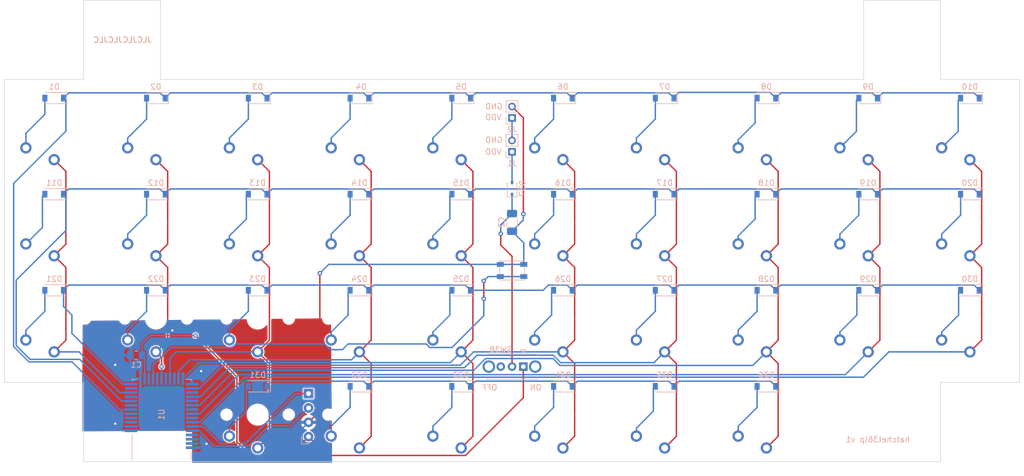
<source format=kicad_pcb>
(kicad_pcb (version 20211014) (generator pcbnew)
  (layers (0 "F.Cu" signal) (31 "B.Cu" signal) (34 "B.Paste" user) (35 "F.Paste" user) (36 "B.SilkS" user "B.Silkscreen") (37 "F.SilkS" user "F.Silkscreen") (38 "B.Mask" user) (39 "F.Mask" user) (44 "Edge.Cuts" user))
  (net 0 "")
  (net 1 "Net-(D37-Pad2)")
  (net 2 "GND")
  (net 3 "VDD")
  (net 4 "Net-(C2-Pad1)")
  (net 5 "/row0")
  (net 6 "Net-(D1-Pad2)")
  (net 7 "Net-(D2-Pad2)")
  (net 8 "Net-(D3-Pad2)")
  (net 9 "Net-(D4-Pad2)")
  (net 10 "Net-(D5-Pad2)")
  (net 11 "Net-(D6-Pad2)")
  (net 12 "Net-(D7-Pad2)")
  (net 13 "Net-(D8-Pad2)")
  (net 14 "Net-(D9-Pad2)")
  (net 15 "Net-(D10-Pad2)")
  (net 16 "/row1")
  (net 17 "Net-(D11-Pad2)")
  (net 18 "Net-(D12-Pad2)")
  (net 19 "Net-(D13-Pad2)")
  (net 20 "Net-(D14-Pad2)")
  (net 21 "Net-(D15-Pad2)")
  (net 22 "Net-(D16-Pad2)")
  (net 23 "Net-(D17-Pad2)")
  (net 24 "Net-(D18-Pad2)")
  (net 25 "Net-(D19-Pad2)")
  (net 26 "Net-(D20-Pad2)")
  (net 27 "/row2")
  (net 28 "Net-(D21-Pad2)")
  (net 29 "Net-(D22-Pad2)")
  (net 30 "Net-(D23-Pad2)")
  (net 31 "Net-(D24-Pad2)")
  (net 32 "Net-(D25-Pad2)")
  (net 33 "Net-(D26-Pad2)")
  (net 34 "Net-(D27-Pad2)")
  (net 35 "Net-(D28-Pad2)")
  (net 36 "Net-(D29-Pad2)")
  (net 37 "Net-(D30-Pad2)")
  (net 38 "/row3")
  (net 39 "Net-(D31-Pad2)")
  (net 40 "Net-(D32-Pad2)")
  (net 41 "Net-(D33-Pad2)")
  (net 42 "Net-(D34-Pad2)")
  (net 43 "Net-(D35-Pad2)")
  (net 44 "Net-(D36-Pad2)")
  (net 45 "/SWDCLK")
  (net 46 "/SWDIO")
  (net 47 "/col0")
  (net 48 "/col1")
  (net 49 "/col2")
  (net 50 "/col3")
  (net 51 "/col4")
  (net 52 "/col5")
  (net 53 "/col6")
  (net 54 "/col7")
  (net 55 "/col8")
  (net 56 "/col9")
  (net 68 "Net-(SW37-Pad2)")
  (net 70 "Net-(J1-Pad2)")
  (footprint "locallib:Kailh-PG1350-1u-NoLED-mod" (layer "F.Cu") (at 149 92.5)
    (fp_text reference "SW26")
    (fp_text value "SW_Push" hide)
  )
  (footprint "locallib:Kailh-PG1350-1u-NoLED-mod" (layer "F.Cu") (at 131 92.5)
    (fp_text reference "SW25")
    (fp_text value "SW_Push" hide)
  )
  (footprint "locallib:Kailh-PG1350-1u-NoLED-mod" (layer "F.Cu") (at 113 75.5)
    (fp_text reference "SW14")
    (fp_text value "SW_Push" hide)
  )
  (footprint "locallib:Kailh-PG1350-1u-NoLED-mod" (layer "F.Cu") (at 221 92.5)
    (fp_text reference "SW30")
    (fp_text value "SW_Push" hide)
  )
  (footprint "locallib:Kailh-PG1350-1u-NoLED-mod" (layer "F.Cu") (at 59 75.5)
    (fp_text reference "SW11")
    (fp_text value "SW_Push" hide)
  )
  (footprint "locallib:Kailh-PG1350-1u-NoLED-mod" (layer "F.Cu") (at 167 109.5)
    (fp_text reference "SW35")
    (fp_text value "SW_Push" hide)
  )
  (footprint "locallib:Kailh-PG1350-1u-NoLED-mod" (layer "F.Cu") (at 185 109.5)
    (fp_text reference "SW36")
    (fp_text value "SW_Push" hide)
  )
  (footprint "locallib:Kailh-PG1350-1u-NoLED-mod" (layer "F.Cu") (at 77 92.5)
    (fp_text reference "SW22")
    (fp_text value "SW_Push" hide)
  )
  (footprint "locallib:Kailh-PG1350-1u-NoLED-mod" (layer "F.Cu") (at 77 58.5)
    (fp_text reference "SW2")
    (fp_text value "SW_Push" hide)
  )
  (footprint "locallib:Kailh-PG1350-1u-NoLED-mod" (layer "F.Cu") (at 59 58.5)
    (fp_text reference "SW1")
    (fp_text value "SW_Push" hide)
  )
  (footprint "locallib:Kailh-PG1350-1u-NoLED-mod" (layer "F.Cu") (at 167 58.5)
    (fp_text reference "SW7")
    (fp_text value "SW_Push" hide)
  )
  (footprint "locallib:Kailh-PG1350-1u-NoLED-mod" (layer "F.Cu") (at 131 109.5)
    (fp_text reference "SW33")
    (fp_text value "SW_Push" hide)
  )
  (footprint "locallib:Kailh-PG1350-1u-NoLED-mod" (layer "F.Cu") (at 113 109.5)
    (fp_text reference "SW32")
    (fp_text value "SW_Push" hide)
  )
  (footprint "locallib:Kailh-PG1350-1u-NoLED-mod" (layer "F.Cu") (at 221 75.5)
    (fp_text reference "SW20")
    (fp_text value "SW_Push" hide)
  )
  (footprint "locallib:Kailh-PG1350-1u-NoLED-mod" (layer "F.Cu") (at 167 92.5)
    (fp_text reference "SW27")
    (fp_text value "SW_Push" hide)
  )
  (footprint "locallib:Kailh-PG1350-1u-NoLED-mod" (layer "F.Cu") (at 149 75.5)
    (fp_text reference "SW16")
    (fp_text value "SW_Push" hide)
  )
  (footprint "locallib:Kailh-PG1350-1u-NoLED-mod" (layer "F.Cu") (at 203 75.5)
    (fp_text reference "SW19")
    (fp_text value "SW_Push" hide)
  )
  (footprint "locallib:Kailh-PG1350-1u-NoLED-mod" (layer "F.Cu") (at 149 109.5)
    (fp_text reference "SW34")
    (fp_text value "SW_Push" hide)
  )
  (footprint "locallib:Kailh-PG1350-1u-NoLED-mod" (layer "F.Cu") (at 95 58.5)
    (fp_text reference "SW3")
    (fp_text value "SW_Push" hide)
  )
  (footprint "locallib:Kailh-PG1350-1u-NoLED-mod" (layer "F.Cu") (at 167 75.5)
    (fp_text reference "SW17")
    (fp_text value "SW_Push" hide)
  )
  (footprint "locallib:Kailh-PG1350-1u-NoLED-mod" (layer "F.Cu") (at 131 75.5)
    (fp_text reference "SW15")
    (fp_text value "SW_Push" hide)
  )
  (footprint "locallib:Kailh-PG1350-1u-NoLED-mod" (layer "F.Cu") (at 203 92.5)
    (fp_text reference "SW29")
    (fp_text value "SW_Push" hide)
  )
  (footprint "locallib:Kailh-PG1350-1u-NoLED-mod" (layer "F.Cu") (at 149 58.5)
    (fp_text reference "SW6")
    (fp_text value "SW_Push" hide)
  )
  (footprint "locallib:Kailh-PG1350-1u-NoLED-mod" (layer "F.Cu") (at 95 92.5)
    (fp_text reference "SW23")
    (fp_text value "SW_Push" hide)
  )
  (footprint "locallib:Kailh-PG1350-1u-NoLED-mod" (layer "F.Cu") (at 95 75.5)
    (fp_text reference "SW13")
    (fp_text value "SW_Push" hide)
  )
  (footprint "locallib:Kailh-PG1350-1u-NoLED-mod" (layer "F.Cu") (at 185 92.5)
    (fp_text reference "SW28")
    (fp_text value "SW_Push" hide)
  )
  (footprint "locallib:Kailh-PG1350-1u-NoLED-mod" (layer "F.Cu") (at 113 92.5)
    (fp_text reference "SW24")
    (fp_text value "SW_Push" hide)
  )
  (footprint "locallib:Kailh-PG1350-1u-NoLED-mod" (layer "F.Cu") (at 185 75.5)
    (fp_text reference "SW18")
    (fp_text value "SW_Push" hide)
  )
  (footprint "locallib:Kailh-PG1350-1u-NoLED-mod" (layer "F.Cu") (at 113 58.5)
    (fp_text reference "SW4")
    (fp_text value "SW_Push" hide)
  )
  (footprint "locallib:Kailh-PG1350-1u-NoLED-mod" (layer "F.Cu") (at 77 75.5)
    (fp_text reference "SW12")
    (fp_text value "SW_Push" hide)
  )
  (footprint "locallib:Kailh-PG1350-1u-NoLED-mod" (layer "F.Cu") (at 131 58.5)
    (fp_text reference "SW5")
    (fp_text value "SW_Push" hide)
  )
  (footprint "locallib:Kailh-PG1350-1u-NoLED-mod" (layer "F.Cu") (at 203 58.5)
    (fp_text reference "SW9")
    (fp_text value "SW_Push" hide)
  )
  (footprint "locallib:Kailh-PG1350-1u-NoLED-mod" (layer "F.Cu") (at 185 58.5)
    (fp_text reference "SW8")
    (fp_text value "SW_Push" hide)
  )
  (footprint "locallib:Kailh-PG1350-1u-NoLED-mod" (layer "F.Cu") (at 59 92.5)
    (fp_text reference "SW21")
    (fp_text value "SW_Push" hide)
  )
  (footprint "locallib:Kailh-PG1350-1u-NoLED-mod" (layer "F.Cu") (at 95 109.5)
    (fp_text reference "SW31")
    (fp_text value "SW_Push" hide)
  )
  (footprint "locallib:Kailh-PG1350-1u-NoLED-mod" (layer "F.Cu") (at 221 58.5)
    (fp_text reference "SW10")
    (fp_text value "SW_Push" hide)
  )
  (footprint "Diode_SMD:D_SOD-123" (layer "B.Cu") (at 77 70.5 180)
    (fp_text reference "D12")
    (fp_text value "1N4148W")
  )
  (footprint "locallib:SW_SPST_ALPS-SKRP" (layer "B.Cu") (at 140 84 180)
    (fp_text reference "SW37")
    (fp_text value "SW_Push")
  )
  (footprint "Diode_SMD:D_SOD-123" (layer "B.Cu") (at 167 87.5 180)
    (fp_text reference "D27")
    (fp_text value "1N4148W")
  )
  (footprint "Diode_SMD:D_SOD-123" (layer "B.Cu") (at 59 53.5 180)
    (fp_text reference "D1")
    (fp_text value "1N4148W")
  )
  (footprint "Capacitor_SMD:C_1206_3216Metric_Pad1.33x1.80mm_HandSolder" (layer "B.Cu") (at 140 75.5 -90)
    (fp_text reference "C2")
    (fp_text value "100uF")
  )
  (footprint "Diode_SMD:D_SOD-123" (layer "B.Cu") (at 149 53.5 180)
    (fp_text reference "D6")
    (fp_text value "1N4148W")
  )
  (footprint "Connector_PinHeader_2.00mm:PinHeader_1x02_P2.00mm_Vertical" (layer "B.Cu") (at 140 63)
    (fp_text reference "J1")
    (fp_text value "Conn_01x02_Female")
  )
  (footprint "Diode_SMD:D_SOD-123" (layer "B.Cu") (at 95 87.5 180)
    (fp_text reference "D23")
    (fp_text value "1N4148W")
  )
  (footprint "Diode_SMD:D_SOD-123" (layer "B.Cu") (at 203 87.5 180)
    (fp_text reference "D29")
    (fp_text value "1N4148W")
  )
  (footprint "Diode_SMD:D_SOD-123" (layer "B.Cu") (at 149 104.5 180)
    (fp_text reference "D34")
    (fp_text value "1N4148W")
  )
  (footprint "Diode_SMD:D_SOD-123" (layer "B.Cu") (at 149 70.5 180)
    (fp_text reference "D16")
    (fp_text value "1N4148W")
  )
  (footprint "Diode_SMD:D_SOD-123" (layer "B.Cu") (at 185 53.5 180)
    (fp_text reference "D8")
    (fp_text value "1N4148W")
  )
  (footprint "Diode_SMD:D_SOD-123" (layer "B.Cu") (at 185 87.5 180)
    (fp_text reference "D28")
    (fp_text value "1N4148W")
  )
  (footprint "Diode_SMD:D_SOD-123" (layer "B.Cu") (at 167 53.5 180)
    (fp_text reference "D7")
    (fp_text value "1N4148W")
  )
  (footprint "Diode_SMD:D_SOD-123" (layer "B.Cu") (at 167 104.5 180)
    (fp_text reference "D35")
    (fp_text value "1N4148W")
  )
  (footprint "Diode_SMD:D_SOD-123" (layer "B.Cu") (at 131 104.5 180)
    (fp_text reference "D33")
    (fp_text value "1N4148W")
  )
  (footprint "Diode_SMD:D_SOD-123" (layer "B.Cu") (at 185 104.5 180)
    (fp_text reference "D36")
    (fp_text value "1N4148W")
  )
  (footprint "Diode_SMD:D_SOD-123" (layer "B.Cu") (at 77 53.5 180)
    (fp_text reference "D2")
    (fp_text value "1N4148W")
  )
  (footprint "Diode_SMD:D_SOD-123" (layer "B.Cu") (at 185 70.5 180)
    (fp_text reference "D18")
    (fp_text value "1N4148W")
  )
  (footprint "locallib:Laird_BL652_LongPad" (layer "B.Cu") (at 78 109.5 90)
    (fp_text reference "U1")
    (fp_text value "BL652")
  )
  (footprint "Connector_PinHeader_2.00mm:PinHeader_1x02_P2.00mm_Vertical" (layer "B.Cu") (at 140 57)
    (fp_text reference "J2")
    (fp_text value "Conn_01x02_Female")
  )
  (footprint "Diode_SMD:D_SOD-123" (layer "B.Cu") (at 95 104.5 180)
    (fp_text reference "D31")
    (fp_text value "1N4148W")
  )
  (footprint "Diode_SMD:D_SOD-123" (layer "B.Cu") (at 113 87.5 180)
    (fp_text reference "D24")
    (fp_text value "1N4148W")
  )
  (footprint "Diode_SMD:D_SOD-123" (layer "B.Cu") (at 113 53.5 180)
    (fp_text reference "D4")
    (fp_text value "1N4148W")
  )
  (footprint "Diode_SMD:D_SOD-123" (layer "B.Cu") (at 95 70.5 180)
    (fp_text reference "D13")
    (fp_text value "1N4148W")
  )
  (footprint "Diode_SMD:D_SOD-123" (layer "B.Cu") (at 95 53.5 180)
    (fp_text reference "D3")
    (fp_text value "1N4148W")
  )
  (footprint "Diode_SMD:D_SOD-123" (layer "B.Cu") (at 77 87.5 180)
    (fp_text reference "D22")
    (fp_text value "1N4148W")
  )
  (footprint "Diode_SMD:D_SOD-123" (layer "B.Cu") (at 149 87.5 180)
    (fp_text reference "D26")
    (fp_text value "1N4148W")
  )
  (footprint "Diode_SMD:D_SOD-123" (layer "B.Cu") (at 59 87.5 180)
    (fp_text reference "D21")
    (fp_text value "1N4148W")
  )
  (footprint "Diode_SMD:D_SOD-123" (layer "B.Cu") (at 131 53.5 180)
    (fp_text reference "D5")
    (fp_text value "1N4148W")
  )
  (footprint "locallib:programming_port" (layer "B.Cu") (at 104 113.4)
    (fp_text reference "J3")
    (fp_text value "Conn_01x04_Female")
  )
  (footprint "Diode_SMD:D_SOD-123" (layer "B.Cu") (at 167 70.5 180)
    (fp_text reference "D17")
    (fp_text value "1N4148W")
  )
  (footprint "locallib:SW_Slide_1P2T_CK_OS102011MS2Q_SmallPad" (layer "B.Cu") (at 142 101.0025 180)
    (fp_text reference "SW38")
    (fp_text value "SW_SPDT")
  )
  (footprint "Diode_SMD:D_SOD-123" (layer "B.Cu") (at 221 53.5 180)
    (fp_text reference "D10")
    (fp_text value "1N4148W")
  )
  (footprint "Diode_SMD:D_SOD-123" (layer "B.Cu") (at 131 87.5 180)
    (fp_text reference "D25")
    (fp_text value "1N4148W")
  )
  (footprint "Diode_SMD:D_SOD-323" (layer "B.Cu") (at 140 69.5 90)
    (fp_text reference "D37")
    (fp_text value "D_Schottky")
  )
  (footprint "Diode_SMD:D_SOD-123" (layer "B.Cu") (at 203 53.5 180)
    (fp_text reference "D9")
    (fp_text value "1N4148W")
  )
  (footprint "Diode_SMD:D_SOD-123" (layer "B.Cu") (at 221 87.5 180)
    (fp_text reference "D30")
    (fp_text value "1N4148W")
  )
  (footprint "Diode_SMD:D_SOD-123" (layer "B.Cu") (at 131 70.5 180)
    (fp_text reference "D15")
    (fp_text value "1N4148W")
  )
  (footprint "Diode_SMD:D_SOD-123" (layer "B.Cu") (at 203 70.5 180)
    (fp_text reference "D19")
    (fp_text value "1N4148W")
  )
  (footprint "Diode_SMD:D_SOD-123" (layer "B.Cu") (at 59 70.5 180)
    (fp_text reference "D11")
    (fp_text value "1N4148W")
  )
  (footprint "Capacitor_SMD:C_0805_2012Metric_Pad1.18x1.45mm_HandSolder" (layer "B.Cu") (at 73.5 99)
    (fp_text reference "C1")
    (fp_text value "0.1uF")
  )
  (footprint "Diode_SMD:D_SOD-123" (layer "B.Cu") (at 113 70.5 180)
    (fp_text reference "D14")
    (fp_text value "1N4148W")
  )
  (footprint "Diode_SMD:D_SOD-123" (layer "B.Cu") (at 221 70.5 180)
    (fp_text reference "D20")
    (fp_text value "1N4148W")
  )
  (footprint "Diode_SMD:D_SOD-123" (layer "B.Cu") (at 113 104.5 180)
    (fp_text reference "D32")
    (fp_text value "1N4148W")
  )
  (gr_line (start 202.2 50.2) (end 202.2 36.2) (layer "Edge.Cuts") (width 0.1))
  (gr_line (start 64.2 117.8) (end 215.8 117.8) (layer "Edge.Cuts") (width 0.1))
  (gr_line (start 215.8 50.2) (end 229.8 50.2) (layer "Edge.Cuts") (width 0.1))
  (gr_line (start 215.8 117.8) (end 215.8 103.8) (layer "Edge.Cuts") (width 0.1))
  (gr_line (start 215.8 36.2) (end 215.8 50.2) (layer "Edge.Cuts") (width 0.1))
  (gr_line (start 202.2 36.2) (end 215.8 36.2) (layer "Edge.Cuts") (width 0.1))
  (gr_line (start 64.2 103.8) (end 64.2 117.8) (layer "Edge.Cuts") (width 0.1))
  (gr_line (start 77.8 36.2) (end 77.8 50.2) (layer "Edge.Cuts") (width 0.1))
  (gr_line (start 64.2 50.2) (end 64.2 36.2) (layer "Edge.Cuts") (width 0.1))
  (gr_line (start 77.8 50.2) (end 202.2 50.2) (layer "Edge.Cuts") (width 0.1))
  (gr_line (start 50.2 103.8) (end 64.2 103.8) (layer "Edge.Cuts") (width 0.1))
  (gr_line (start 50.2 50.2) (end 64.2 50.2) (layer "Edge.Cuts") (width 0.1))
  (gr_line (start 229.8 103.8) (end 229.8 50.2) (layer "Edge.Cuts") (width 0.1))
  (gr_line (start 215.8 103.8) (end 229.8 103.8) (layer "Edge.Cuts") (width 0.1))
  (gr_line (start 64.2 36.2) (end 77.8 36.2) (layer "Edge.Cuts") (width 0.1))
  (gr_line (start 50.2 50.2) (end 50.2 103.8) (layer "Edge.Cuts") (width 0.1))
  (gr_text "VDD" (at 136.7 56.9) (layer "B.SilkS") (effects (font (size 1 1)) (justify mirror)))
  (gr_text "GND" (at 136.8 55) (layer "B.SilkS") (effects (font (size 1 1)) (justify mirror)))
  (gr_text "OFF" (at 136 104.7) (layer "B.SilkS") (effects (font (size 1 1)) (justify mirror)))
  (gr_text "VDD" (at 136.7 63) (layer "B.SilkS") (effects (font (size 1 1)) (justify mirror)))
  (gr_text "hatchet36lp v1" (at 204.7 113.9) (layer "B.SilkS") (effects (font (size 1 1)) (justify mirror)))
  (gr_text "ON" (at 144.2 104.7) (layer "B.SilkS") (effects (font (size 1 1)) (justify mirror)))
  (gr_text "JLCJLCJLCJLC" (at 71.1 43.2) (layer "B.SilkS") (effects (font (size 1 1) (thickness 0.2)) (justify mirror)))
  (gr_text "GND" (at 136.8 60.9) (layer "B.SilkS") (effects (font (size 1 1)) (justify mirror)))
  (segment (start 140 68.45) (end 140 63) (width 0.25) (layer "B.Cu") (net 1))
  (segment (start 106 84.5) (end 106 108.86) (width 0.25) (layer "F.Cu") (net 2))
  (segment (start 85 99.7) (end 85 101.8) (width 0.25) (layer "F.Cu") (net 2))
  (segment (start 142 57) (end 142 74) (width 0.25) (layer "F.Cu") (net 2))
  (segment (start 140 55) (end 142 57) (width 0.25) (layer "F.Cu") (net 2))
  (segment (start 85 101.8) (end 85.937212 102.737212) (width 0.25) (layer "F.Cu") (net 2))
  (segment (start 79.9 94.6) (end 85 99.7) (width 0.25) (layer "F.Cu") (net 2))
  (segment (start 69.8 100.7) (end 69.8 111.1) (width 0.25) (layer "F.Cu") (net 2))
  (segment (start 85.937212 102.737212) (end 85.937212 114.662788) (width 0.25) (layer "F.Cu") (net 2))
  (segment (start 106 108.86) (end 104 110.86) (width 0.25) (layer "F.Cu") (net 2))
  (via (at 69.8 111.1) (size 0.8) (drill 0.4) (layers "F.Cu" "B.Cu") (net 2))
  (via (at 85.937212 114.662788) (size 0.8) (drill 0.4) (layers "F.Cu" "B.Cu") (net 2))
  (via (at 106 84.5) (size 0.8) (drill 0.4) (layers "F.Cu" "B.Cu") (net 2))
  (via (at 79.9 94.6) (size 0.8) (drill 0.4) (layers "F.Cu" "B.Cu") (net 2))
  (via (at 85 101.8) (size 0.8) (drill 0.4) (layers "F.Cu" "B.Cu") (net 2))
  (via (at 69.8 100.7) (size 0.8) (drill 0.4) (layers "F.Cu" "B.Cu") (net 2))
  (via (at 142 74) (size 0.8) (drill 0.4) (layers "F.Cu" "B.Cu") (net 2))
  (segment (start 71.05 112.35) (end 72.6 112.35) (width 0.25) (layer "B.Cu") (net 2))
  (segment (start 72.4625 99) (end 74.25 100.7875) (width 0.25) (layer "B.Cu") (net 2))
  (segment (start 140 77.0625) (end 142.075 79.1375) (width 0.25) (layer "B.Cu") (net 2))
  (segment (start 107.575 82.925) (end 106 84.5) (width 0.25) (layer "B.Cu") (net 2))
  (segment (start 83.4 115.35) (end 84.774511 116.724511) (width 0.25) (layer "B.Cu") (net 2))
  (segment (start 142 75.0625) (end 140 77.0625) (width 0.25) (layer "B.Cu") (net 2))
  (segment (start 74.25 100.7875) (end 74.25 103.15) (width 0.25) (layer "B.Cu") (net 2))
  (segment (start 137.925 82.925) (end 142.075 82.925) (width 0.25) (layer "B.Cu") (net 2))
  (segment (start 142 74) (end 142 75.0625) (width 0.25) (layer "B.Cu") (net 2))
  (segment (start 76.264283 94.6) (end 79.9 94.6) (width 0.25) (layer "B.Cu") (net 2))
  (segment (start 71.5 99) (end 69.8 100.7) (width 0.25) (layer "B.Cu") (net 2))
  (segment (start 85.25 115.35) (end 83.4 115.35) (width 0.25) (layer "B.Cu") (net 2))
  (segment (start 85 101.8) (end 83.4 103.4) (width 0.25) (layer "B.Cu") (net 2))
  (segment (start 72.4625 99) (end 71.5 99) (width 0.25) (layer "B.Cu") (net 2))
  (segment (start 69.8 111.1) (end 71.05 112.35) (width 0.25) (layer "B.Cu") (net 2))
  (segment (start 72.4625 98.401783) (end 76.264283 94.6) (width 0.25) (layer "B.Cu") (net 2))
  (segment (start 98.135489 116.724511) (end 104 110.86) (width 0.25) (layer "B.Cu") (net 2))
  (segment (start 142.075 79.1375) (end 142.075 82.925) (width 0.25) (layer "B.Cu") (net 2))
  (segment (start 137.925 82.925) (end 107.575 82.925) (width 0.25) (layer "B.Cu") (net 2))
  (segment (start 83.4 103.4) (end 83.4 104.1) (width 0.25) (layer "B.Cu") (net 2))
  (segment (start 84.774511 116.724511) (end 98.135489 116.724511) (width 0.25) (layer "B.Cu") (net 2))
  (segment (start 85.937212 114.662788) (end 85.25 115.35) (width 0.25) (layer "B.Cu") (net 2))
  (segment (start 72.4625 99) (end 72.4625 98.401783) (width 0.25) (layer "B.Cu") (net 2))
  (segment (start 131.775489 116.724511) (end 142 106.5) (width 0.25) (layer "F.Cu") (net 3))
  (segment (start 93.724512 116.724511) (end 100.675489 116.724511) (width 0.25) (layer "F.Cu") (net 3))
  (segment (start 100.675489 116.724511) (end 104 113.4) (width 0.25) (layer "F.Cu") (net 3))
  (segment (start 104 113.4) (end 107.324511 116.724511) (width 0.25) (layer "F.Cu") (net 3))
  (segment (start 142 106.5) (end 142 101.0025) (width 0.25) (layer "F.Cu") (net 3))
  (segment (start 91.324511 102.824511) (end 91.324511 114.32451) (width 0.25) (layer "F.Cu") (net 3))
  (segment (start 107.324511 116.724511) (end 131.775489 116.724511) (width 0.25) (layer "F.Cu") (net 3))
  (segment (start 84 95.5) (end 91.324511 102.824511) (width 0.25) (layer "F.Cu") (net 3))
  (segment (start 91.324511 114.32451) (end 93.724512 116.724511) (width 0.25) (layer "F.Cu") (net 3))
  (via (at 84 95.5) (size 0.8) (drill 0.4) (layers "F.Cu" "B.Cu") (net 3))
  (segment (start 76 95.5) (end 74.5375 96.9625) (width 0.25) (layer "B.Cu") (net 3))
  (segment (start 74.5375 96.9625) (end 74.5375 99) (width 0.25) (layer "B.Cu") (net 3))
  (segment (start 75 99.4625) (end 75 103.15) (width 0.25) (layer "B.Cu") (net 3))
  (segment (start 84 95.5) (end 76 95.5) (width 0.25) (layer "B.Cu") (net 3))
  (segment (start 74.5375 99) (end 75 99.4625) (width 0.25) (layer "B.Cu") (net 3))
  (segment (start 140 81.5) (end 138 79.5) (width 0.25) (layer "F.Cu") (net 4))
  (segment (start 138 77.5) (end 138 79.5) (width 0.25) (layer "F.Cu") (net 4))
  (segment (start 140 101.0025) (end 140 81.5) (width 0.25) (layer "F.Cu") (net 4))
  (via (at 138 77.5) (size 0.8) (drill 0.4) (layers "F.Cu" "B.Cu") (net 4))
  (segment (start 138 75.9375) (end 140 73.9375) (width 0.25) (layer "B.Cu") (net 4))
  (segment (start 138 77.5) (end 138 75.9375) (width 0.25) (layer "B.Cu") (net 4))
  (segment (start 140 70.55) (end 140 73.9375) (width 0.25) (layer "B.Cu") (net 4))
  (segment (start 61.574511 52.575489) (end 77.725489 52.575489) (width 0.25) (layer "B.Cu") (net 5))
  (segment (start 131.725489 52.575489) (end 132.65 53.5) (width 0.25) (layer "B.Cu") (net 5))
  (segment (start 115.574511 52.575489) (end 131.725489 52.575489) (width 0.25) (layer "B.Cu") (net 5))
  (segment (start 150.65 53.5) (end 151.574511 52.575489) (width 0.25) (layer "B.Cu") (net 5))
  (segment (start 186.65 53.5) (end 187.574511 52.575489) (width 0.25) (layer "B.Cu") (net 5))
  (segment (start 113.725489 52.575489) (end 114.65 53.5) (width 0.25) (layer "B.Cu") (net 5))
  (segment (start 187.574511 52.575489) (end 203.725489 52.575489) (width 0.25) (layer "B.Cu") (net 5))
  (segment (start 169.5 52.5) (end 185.65 52.5) (width 0.25) (layer "B.Cu") (net 5))
  (segment (start 97.574511 52.575489) (end 113.725489 52.575489) (width 0.25) (layer "B.Cu") (net 5))
  (segment (start 78.65 53.5) (end 79.574511 52.575489) (width 0.25) (layer "B.Cu") (net 5))
  (segment (start 62.174031 100.174031) (end 70.6 108.6) (width 0.25) (layer "B.Cu") (net 5))
  (segment (start 149.725489 52.575489) (end 150.65 53.5) (width 0.25) (layer "B.Cu") (net 5))
  (segment (start 70.6 108.6) (end 72.6 108.6) (width 0.25) (layer "B.Cu") (net 5))
  (segment (start 205.574511 52.575489) (end 221.725489 52.575489) (width 0.25) (layer "B.Cu") (net 5))
  (segment (start 168.65 53.35) (end 169.5 52.5) (width 0.25) (layer "B.Cu") (net 5))
  (segment (start 54.538313 100.174031) (end 62.174031 100.174031) (width 0.25) (layer "B.Cu") (net 5))
  (segment (start 51.825959 97.461676) (end 54.538313 100.174031) (width 0.25) (layer "B.Cu") (net 5))
  (segment (start 77.725489 52.575489) (end 78.65 53.5) (width 0.25) (layer "B.Cu") (net 5))
  (segment (start 60.65 53.5) (end 61.074521 53.924521) (width 0.25) (layer "B.Cu") (net 5))
  (segment (start 61.074521 59.359296) (end 51.825959 68.607858) (width 0.25) (layer "B.Cu") (net 5))
  (segment (start 96.65 53.5) (end 97.574511 52.575489) (width 0.25) (layer "B.Cu") (net 5))
  (segment (start 60.65 53.5) (end 61.574511 52.575489) (width 0.25) (layer "B.Cu") (net 5))
  (segment (start 151.574511 52.575489) (end 167.725489 52.575489) (width 0.25) (layer "B.Cu") (net 5))
  (segment (start 51.825959 68.607858) (end 51.825959 97.461676) (width 0.25) (layer "B.Cu") (net 5))
  (segment (start 114.65 53.5) (end 115.574511 52.575489) (width 0.25) (layer "B.Cu") (net 5))
  (segment (start 167.725489 52.575489) (end 168.65 53.5) (width 0.25) (layer "B.Cu") (net 5))
  (segment (start 61.074521 53.924521) (end 61.074521 59.359296) (width 0.25) (layer "B.Cu") (net 5))
  (segment (start 168.65 53.5) (end 168.65 53.35) (width 0.25) (layer "B.Cu") (net 5))
  (segment (start 203.725489 52.575489) (end 204.65 53.5) (width 0.25) (layer "B.Cu") (net 5))
  (segment (start 204.65 53.5) (end 205.574511 52.575489) (width 0.25) (layer "B.Cu") (net 5))
  (segment (start 185.65 52.5) (end 186.65 53.5) (width 0.25) (layer "B.Cu") (net 5))
  (segment (start 95.725489 52.575489) (end 96.65 53.5) (width 0.25) (layer "B.Cu") (net 5))
  (segment (start 79.574511 52.575489) (end 95.725489 52.575489) (width 0.25) (layer "B.Cu") (net 5))
  (segment (start 132.65 53.5) (end 133.574511 52.575489) (width 0.25) (layer "B.Cu") (net 5))
  (segment (start 133.574511 52.575489) (end 149.725489 52.575489) (width 0.25) (layer "B.Cu") (net 5))
  (segment (start 221.725489 52.575489) (end 222.65 53.5) (width 0.25) (layer "B.Cu") (net 5))
  (segment (start 57.35 56.381735) (end 54 59.731735) (width 0.25) (layer "B.Cu") (net 6))
  (segment (start 54 59.731735) (end 54 62.3) (width 0.25) (layer "B.Cu") (net 6))
  (segment (start 57.35 53.5) (end 57.35 56.381735) (width 0.25) (layer "B.Cu") (net 6))
  (segment (start 72 62.3) (end 72 60.566183) (width 0.25) (layer "B.Cu") (net 7))
  (segment (start 75.35 57.216183) (end 75.35 53.5) (width 0.25) (layer "B.Cu") (net 7))
  (segment (start 72 60.566183) (end 75.35 57.216183) (width 0.25) (layer "B.Cu") (net 7))
  (segment (start 90 62.3) (end 90 60.566183) (width 0.25) (layer "B.Cu") (net 8))
  (segment (start 93.35 57.216183) (end 93.35 53.5) (width 0.25) (layer "B.Cu") (net 8))
  (segment (start 90 60.566183) (end 93.35 57.216183) (width 0.25) (layer "B.Cu") (net 8))
  (segment (start 108 62.3) (end 108 60.566183) (width 0.25) (layer "B.Cu") (net 9))
  (segment (start 108 60.566183) (end 111.35 57.216183) (width 0.25) (layer "B.Cu") (net 9))
  (segment (start 111.35 57.216183) (end 111.35 53.5) (width 0.25) (layer "B.Cu") (net 9))
  (segment (start 126 62.3) (end 126 60.566183) (width 0.25) (layer "B.Cu") (net 10))
  (segment (start 129.35 57.216183) (end 129.35 53.5) (width 0.25) (layer "B.Cu") (net 10))
  (segment (start 126 60.566183) (end 129.35 57.216183) (width 0.25) (layer "B.Cu") (net 10))
  (segment (start 144 60.566183) (end 147.35 57.216183) (width 0.25) (layer "B.Cu") (net 11))
  (segment (start 144 62.3) (end 144 60.566183) (width 0.25) (layer "B.Cu") (net 11))
  (segment (start 147.35 57.216183) (end 147.35 53.5) (width 0.25) (layer "B.Cu") (net 11))
  (segment (start 165.35 57.216183) (end 165.35 53.5) (width 0.25) (layer "B.Cu") (net 12))
  (segment (start 162 60.566183) (end 165.35 57.216183) (width 0.25) (layer "B.Cu") (net 12))
  (segment (start 162 62.3) (end 162 60.566183) (width 0.25) (layer "B.Cu") (net 12))
  (segment (start 183 57.885787) (end 183 53.85) (width 0.25) (layer "B.Cu") (net 13))
  (segment (start 180 62.3) (end 180 60.885787) (width 0.25) (layer "B.Cu") (net 13))
  (segment (start 180 60.885787) (end 183 57.885787) (width 0.25) (layer "B.Cu") (net 13))
  (segment (start 183 53.85) (end 183.35 53.5) (width 0.25) (layer "B.Cu") (net 13))
  (segment (start 200.925479 53.924521) (end 200.925479 59.374521) (width 0.25) (layer "B.Cu") (net 14))
  (segment (start 201.35 53.5) (end 200.925479 53.924521) (width 0.25) (layer "B.Cu") (net 14))
  (segment (start 200.925479 59.374521) (end 198 62.3) (width 0.25) (layer "B.Cu") (net 14))
  (segment (start 218.925479 53.924521) (end 218.925479 59.374521) (width 0.25) (layer "B.Cu") (net 15))
  (segment (start 219.35 53.5) (end 218.925479 53.924521) (width 0.25) (layer "B.Cu") (net 15))
  (segment (start 218.925479 59.374521) (end 216 62.3) (width 0.25) (layer "B.Cu") (net 15))
  (segment (start 61.074521 76.925479) (end 52.275479 85.724521) (width 0.25) (layer "B.Cu") (net 16))
  (segment (start 60.65 70.5) (end 61.574511 69.575489) (width 0.25) (layer "B.Cu") (net 16))
  (segment (start 52.275479 97.275479) (end 54.724511 99.724511) (width 0.25) (layer "B.Cu") (net 16))
  (segment (start 113.725489 69.575489) (end 114.65 70.5) (width 0.25) (layer "B.Cu") (net 16))
  (segment (start 78.65 70.5) (end 79.574511 69.575489) (width 0.25) (layer "B.Cu") (net 16))
  (segment (start 169.574511 69.575489) (end 185.725489 69.575489) (width 0.25) (layer "B.Cu") (net 16))
  (segment (start 132.65 70.5) (end 133.574511 69.575489) (width 0.25) (layer "B.Cu") (net 16))
  (segment (start 185.725489 69.575489) (end 186.65 70.5) (width 0.25) (layer "B.Cu") (net 16))
  (segment (start 131.725489 69.575489) (end 132.65 70.5) (width 0.25) (layer "B.Cu") (net 16))
  (segment (start 221.725489 69.575489) (end 222.65 70.5) (width 0.25) (layer "B.Cu") (net 16))
  (segment (start 95.725489 69.575489) (end 96.65 70.5) (width 0.25) (layer "B.Cu") (net 16))
  (segment (start 149.725489 69.575489) (end 150.65 70.5) (width 0.25) (layer "B.Cu") (net 16))
  (segment (start 167.725489 69.575489) (end 151.574511 69.575489) (width 0.25) (layer "B.Cu") (net 16))
  (segment (start 168.65 70.5) (end 167.725489 69.575489) (width 0.25) (layer "B.Cu") (net 16))
  (segment (start 96.65 70.5) (end 97.574511 69.575489) (width 0.25) (layer "B.Cu") (net 16))
  (segment (start 70.9 107.1) (end 72.6 107.1) (width 0.25) (layer "B.Cu") (net 16))
  (segment (start 133.574511 69.575489) (end 149.725489 69.575489) (width 0.25) (layer "B.Cu") (net 16))
  (segment (start 61.074521 70.924521) (end 61.074521 76.925479) (width 0.25) (layer "B.Cu") (net 16))
  (segment (start 186.65 70.5) (end 187.574511 69.575489) (width 0.25) (layer "B.Cu") (net 16))
  (segment (start 97.574511 69.575489) (end 113.725489 69.575489) (width 0.25) (layer "B.Cu") (net 16))
  (segment (start 60.65 70.5) (end 61.074521 70.924521) (width 0.25) (layer "B.Cu") (net 16))
  (segment (start 54.724511 99.724511) (end 63.524511 99.724511) (width 0.25) (layer "B.Cu") (net 16))
  (segment (start 203.725489 69.575489) (end 204.65 70.5) (width 0.25) (layer "B.Cu") (net 16))
  (segment (start 204.65 70.5) (end 205.574511 69.575489) (width 0.25) (layer "B.Cu") (net 16))
  (segment (start 115.574511 69.575489) (end 131.725489 69.575489) (width 0.25) (layer "B.Cu") (net 16))
  (segment (start 114.65 70.5) (end 115.574511 69.575489) (width 0.25) (layer "B.Cu") (net 16))
  (segment (start 77.725489 69.575489) (end 78.65 70.5) (width 0.25) (layer "B.Cu") (net 16))
  (segment (start 187.574511 69.575489) (end 203.725489 69.575489) (width 0.25) (layer "B.Cu") (net 16))
  (segment (start 79.574511 69.575489) (end 95.725489 69.575489) (width 0.25) (layer "B.Cu") (net 16))
  (segment (start 168.65 70.5) (end 169.574511 69.575489) (width 0.25) (layer "B.Cu") (net 16))
  (segment (start 150.65 70.5) (end 151.574511 69.575489) (width 0.25) (layer "B.Cu") (net 16))
  (segment (start 205.574511 69.575489) (end 221.725489 69.575489) (width 0.25) (layer "B.Cu") (net 16))
  (segment (start 52.275479 85.724521) (end 52.275479 97.275479) (width 0.25) (layer "B.Cu") (net 16))
  (segment (start 61.574511 69.575489) (end 77.725489 69.575489) (width 0.25) (layer "B.Cu") (net 16))
  (segment (start 63.524511 99.724511) (end 70.9 107.1) (width 0.25) (layer "B.Cu") (net 16))
  (segment (start 56.925479 76.374521) (end 54 79.3) (width 0.25) (layer "B.Cu") (net 17))
  (segment (start 56.925479 70.924521) (end 56.925479 76.374521) (width 0.25) (layer "B.Cu") (net 17))
  (segment (start 57.35 70.5) (end 56.925479 70.924521) (width 0.25) (layer "B.Cu") (net 17))
  (segment (start 75.35 74.216183) (end 75.35 70.5) (width 0.25) (layer "B.Cu") (net 18))
  (segment (start 72 77.566183) (end 75.35 74.216183) (width 0.25) (layer "B.Cu") (net 18))
  (segment (start 72 79.3) (end 72 77.566183) (width 0.25) (layer "B.Cu") (net 18))
  (segment (start 93 74.885787) (end 93 70.85) (width 0.25) (layer "B.Cu") (net 19))
  (segment (start 93 70.85) (end 93.35 70.5) (width 0.25) (layer "B.Cu") (net 19))
  (segment (start 90 77.885787) (end 93 74.885787) (width 0.25) (layer "B.Cu") (net 19))
  (segment (start 90 79.3) (end 90 77.885787) (width 0.25) (layer "B.Cu") (net 19))
  (segment (start 108 79.3) (end 108 77.566183) (width 0.25) (layer "B.Cu") (net 20))
  (segment (start 111.35 74.216183) (end 111.35 70.5) (width 0.25) (layer "B.Cu") (net 20))
  (segment (start 108 77.566183) (end 111.35 74.216183) (width 0.25) (layer "B.Cu") (net 20))
  (segment (start 126 77.885787) (end 129 74.885787) (width 0.25) (layer "B.Cu") (net 21))
  (segment (start 126 79.3) (end 126 77.885787) (width 0.25) (layer "B.Cu") (net 21))
  (segment (start 129 70.85) (end 129.35 70.5) (width 0.25) (layer "B.Cu") (net 21))
  (segment (start 129 74.885787) (end 129 70.85) (width 0.25) (layer "B.Cu") (net 21))
  (segment (start 144 77.566183) (end 147.35 74.216183) (width 0.25) (layer "B.Cu") (net 22))
  (segment (start 144 79.3) (end 144 77.566183) (width 0.25) (layer "B.Cu") (net 22))
  (segment (start 147.35 74.216183) (end 147.35 70.5) (width 0.25) (layer "B.Cu") (net 22))
  (segment (start 162 79.3) (end 162 77.566183) (width 0.25) (layer "B.Cu") (net 23))
  (segment (start 165.35 74.216183) (end 165.35 70.5) (width 0.25) (layer "B.Cu") (net 23))
  (segment (start 162 77.566183) (end 165.35 74.216183) (width 0.25) (layer "B.Cu") (net 23))
  (segment (start 183 70.85) (end 183.35 70.5) (width 0.25) (layer "B.Cu") (net 24))
  (segment (start 180 77.885787) (end 183 74.885787) (width 0.25) (layer "B.Cu") (net 24))
  (segment (start 183 74.885787) (end 183 70.85) (width 0.25) (layer "B.Cu") (net 24))
  (segment (start 180 79.3) (end 180 77.885787) (width 0.25) (layer "B.Cu") (net 24))
  (segment (start 201.35 74.216183) (end 201.35 70.5) (width 0.25) (layer "B.Cu") (net 25))
  (segment (start 198 79.3) (end 198 77.566183) (width 0.25) (layer "B.Cu") (net 25))
  (segment (start 198 77.566183) (end 201.35 74.216183) (width 0.25) (layer "B.Cu") (net 25))
  (segment (start 219.35 74.216183) (end 219.35 70.5) (width 0.25) (layer "B.Cu") (net 26))
  (segment (start 216 77.566183) (end 219.35 74.216183) (width 0.25) (layer "B.Cu") (net 26))
  (segment (start 216 79.3) (end 216 77.566183) (width 0.25) (layer "B.Cu") (net 26))
  (segment (start 186.65 87.5) (end 185.725489 86.575489) (width 0.25) (layer "B.Cu") (net 27))
  (segment (start 151.574511 86.575489) (end 150.65 87.5) (width 0.25) (layer "B.Cu") (net 27))
  (segment (start 132.65 87.5) (end 131.725489 86.575489) (width 0.25) (layer "B.Cu") (net 27))
  (segment (start 77.725489 86.575489) (end 61.574511 86.575489) (width 0.25) (layer "B.Cu") (net 27))
  (segment (start 62.134133 91.865867) (end 60.65 90.381735) (width 0.25) (layer "B.Cu") (net 27))
  (segment (start 169.574511 86.575489) (end 168.65 87.5) (width 0.25) (layer "B.Cu") (net 27))
  (segment (start 96.65 87.5) (end 95.725489 86.575489) (width 0.25) (layer "B.Cu") (net 27))
  (segment (start 97.574511 86.575489) (end 96.65 87.5) (width 0.25) (layer "B.Cu") (net 27))
  (segment (start 145.5 87.5) (end 146.424511 86.575489) (width 0.25) (layer "B.Cu") (net 27))
  (segment (start 149.725489 86.575489) (end 146.424511 86.575489) (width 0.25) (layer "B.Cu") (net 27))
  (segment (start 79.574511 86.575489) (end 78.65 87.5) (width 0.25) (layer "B.Cu") (net 27))
  (segment (start 204.65 87.5) (end 203.725489 86.575489) (width 0.25) (layer "B.Cu") (net 27))
  (segment (start 60.65 90.381735) (end 60.65 87.5) (width 0.25) (layer "B.Cu") (net 27))
  (segment (start 114.65 87.5) (end 113.725489 86.575489) (width 0.25) (layer "B.Cu") (net 27))
  (segment (start 203.725489 86.575489) (end 187.574511 86.575489) (width 0.25) (layer "B.Cu") (net 27))
  (segment (start 115.574511 86.575489) (end 114.65 87.5) (width 0.25) (layer "B.Cu") (net 27))
  (segment (start 185.725489 86.575489) (end 169.574511 86.575489) (width 0.25) (layer "B.Cu") (net 27))
  (segment (start 167.725489 86.575489) (end 151.574511 86.575489) (width 0.25) (layer "B.Cu") (net 27))
  (segment (start 187.574511 86.575489) (end 186.65 87.5) (width 0.25) (layer "B.Cu") (net 27))
  (segment (start 131.725489 86.575489) (end 115.574511 86.575489) (width 0.25) (layer "B.Cu") (net 27))
  (segment (start 205.574511 86.575489) (end 204.65 87.5) (width 0.25) (layer "B.Cu") (net 27))
  (segment (start 168.65 87.5) (end 167.725489 86.575489) (width 0.25) (layer "B.Cu") (net 27))
  (segment (start 78.65 87.5) (end 77.725489 86.575489) (width 0.25) (layer "B.Cu") (net 27))
  (segment (start 113.725489 86.575489) (end 97.574511 86.575489) (width 0.25) (layer "B.Cu") (net 27))
  (segment (start 62.134133 95.134133) (end 62.134133 91.865867) (width 0.25) (layer "B.Cu") (net 27))
  (segment (start 150.65 87.5) (end 149.725489 86.575489) (width 0.25) (layer "B.Cu") (net 27))
  (segment (start 95.725489 86.575489) (end 79.574511 86.575489) (width 0.25) (layer "B.Cu") (net 27))
  (segment (start 132.65 87.5) (end 145.5 87.5) (width 0.25) (layer "B.Cu") (net 27))
  (segment (start 71.1 104.1) (end 62.134133 95.134133) (width 0.25) (layer "B.Cu") (net 27))
  (segment (start 221.725489 86.575489) (end 205.574511 86.575489) (width 0.25) (layer "B.Cu") (net 27))
  (segment (start 72.6 104.1) (end 71.1 104.1) (width 0.25) (layer "B.Cu") (net 27))
  (segment (start 222.65 87.5) (end 221.725489 86.575489) (width 0.25) (layer "B.Cu") (net 27))
  (segment (start 61.574511 86.575489) (end 60.65 87.5) (width 0.25) (layer "B.Cu") (net 27))
  (segment (start 57.35 91.216183) (end 57.35 87.5) (width 0.25) (layer "B.Cu") (net 28))
  (segment (start 54 96.3) (end 54 94.566183) (width 0.25) (layer "B.Cu") (net 28))
  (segment (start 54 94.566183) (end 57.35 91.216183) (width 0.25) (layer "B.Cu") (net 28))
  (segment (start 72 96.3) (end 72 94.566183) (width 0.25) (layer "B.Cu") (net 29))
  (segment (start 72 94.566183) (end 75.35 91.216183) (width 0.25) (layer "B.Cu") (net 29))
  (segment (start 75.35 91.216183) (end 75.35 87.5) (width 0.25) (layer "B.Cu") (net 29))
  (segment (start 90 94.566183) (end 93.35 91.216183) (width 0.25) (layer "B.Cu") (net 30))
  (segment (start 93.35 91.216183) (end 93.35 87.5) (width 0.25) (layer "B.Cu") (net 30))
  (segment (start 90 96.3) (end 90 94.566183) (width 0.25) (layer "B.Cu") (net 30))
  (segment (start 108 94.885787) (end 111 91.885787) (width 0.25) (layer "B.Cu") (net 31))
  (segment (start 108 96.3) (end 108 94.885787) (width 0.25) (layer "B.Cu") (net 31))
  (segment (start 111 91.885787) (end 111 87.85) (width 0.25) (layer "B.Cu") (net 31))
  (segment (start 111 87.85) (end 111.35 87.5) (width 0.25) (layer "B.Cu") (net 31))
  (segment (start 129 87.85) (end 129.35 87.5) (width 0.25) (layer "B.Cu") (net 32))
  (segment (start 129 91.885787) (end 129 87.85) (width 0.25) (layer "B.Cu") (net 32))
  (segment (start 126 94.885787) (end 129 91.885787) (width 0.25) (layer "B.Cu") (net 32))
  (segment (start 126 96.3) (end 126 94.885787) (width 0.25) (layer "B.Cu") (net 32))
  (segment (start 147 87.85) (end 147.35 87.5) (width 0.25) (layer "B.Cu") (net 33))
  (segment (start 147 91.885787) (end 147 87.85) (width 0.25) (layer "B.Cu") (net 33))
  (segment (start 144 96.3) (end 144 94.885787) (width 0.25) (layer "B.Cu") (net 33))
  (segment (start 144 94.885787) (end 147 91.885787) (width 0.25) (layer "B.Cu") (net 33))
  (segment (start 165.35 91.216183) (end 165.35 87.5) (width 0.25) (layer "B.Cu") (net 34))
  (segment (start 162 96.3) (end 162 94.566183) (width 0.25) (layer "B.Cu") (net 34))
  (segment (start 162 94.566183) (end 165.35 91.216183) (width 0.25) (layer "B.Cu") (net 34))
  (segment (start 180 96.3) (end 180 94.566183) (width 0.25) (layer "B.Cu") (net 35))
  (segment (start 180 94.566183) (end 183.35 91.216183) (width 0.25) (layer "B.Cu") (net 35))
  (segment (start 183.35 91.216183) (end 183.35 87.5) (width 0.25) (layer "B.Cu") (net 35))
  (segment (start 201 91.885787) (end 201 87.85) (width 0.25) (layer "B.Cu") (net 36))
  (segment (start 198 96.3) (end 198 94.885787) (width 0.25) (layer "B.Cu") (net 36))
  (segment (start 198 94.885787) (end 201 91.885787) (width 0.25) (layer "B.Cu") (net 36))
  (segment (start 201 87.85) (end 201.35 87.5) (width 0.25) (layer "B.Cu") (net 36))
  (segment (start 216 94.885787) (end 219 91.885787) (width 0.25) (layer "B.Cu") (net 37))
  (segment (start 219 91.885787) (end 219 87.85) (width 0.25) (layer "B.Cu") (net 37))
  (segment (start 219 87.85) (end 219.35 87.5) (width 0.25) (layer "B.Cu") (net 37))
  (segment (start 216 96.3) (end 216 94.885787) (width 0.25) (layer "B.Cu") (net 37))
  (segment (start 167.725489 103.575489) (end 168.65 104.5) (width 0.25) (layer "B.Cu") (net 38))
  (segment (start 132.65 104.5) (end 133.574511 103.575489) (width 0.25) (layer "B.Cu") (net 38))
  (segment (start 133.574511 103.575489) (end 149.725489 103.575489) (width 0.25) (layer "B.Cu") (net 38))
  (segment (start 114.65 104.5) (end 115.574511 103.575489) (width 0.25) (layer "B.Cu") (net 38))
  (segment (start 96.65 104.5) (end 97.574511 103.575489) (width 0.25) (layer "B.Cu") (net 38))
  (segment (start 169.574511 103.575489) (end 168.65 104.5) (width 0.25) (layer "B.Cu") (net 38))
  (segment (start 151.574511 103.575489) (end 167.725489 103.575489) (width 0.25) (layer "B.Cu") (net 38))
  (segment (start 115.574511 103.575489) (end 131.725489 103.575489) (width 0.25) (layer "B.Cu") (net 38))
  (segment (start 150.65 104.5) (end 151.574511 103.575489) (width 0.25) (layer "B.Cu") (net 38))
  (segment (start 185.725489 103.575489) (end 169.574511 103.575489) (width 0.25) (layer "B.Cu") (net 38))
  (segment (start 97.574511 103.575489) (end 113.725489 103.575489) (width 0.25) (layer "B.Cu") (net 38))
  (segment (start 186.65 104.5) (end 185.725489 103.575489) (width 0.25) (layer "B.Cu") (net 38))
  (segment (start 149.725489 103.575489) (end 150.65 104.5) (width 0.25) (layer "B.Cu") (net 38))
  (segment (start 113.725489 103.575489) (end 114.65 104.5) (width 0.25) (layer "B.Cu") (net 38))
  (segment (start 131.725489 103.575489) (end 132.65 104.5) (width 0.25) (layer "B.Cu") (net 38))
  (segment (start 90 111.885787) (end 93 108.885787) (width 0.25) (layer "B.Cu") (net 39))
  (segment (start 93 104.85) (end 93.35 104.5) (width 0.25) (layer "B.Cu") (net 39))
  (segment (start 90 113.3) (end 90 111.885787) (width 0.25) (layer "B.Cu") (net 39))
  (segment (start 93 108.885787) (end 93 104.85) (width 0.25) (layer "B.Cu") (net 39))
  (segment (start 108 111.566183) (end 111.35 108.216183) (width 0.25) (layer "B.Cu") (net 40))
  (segment (start 111.35 108.216183) (end 111.35 104.5) (width 0.25) (layer "B.Cu") (net 40))
  (segment (start 108 113.3) (end 108 111.566183) (width 0.25) (layer "B.Cu") (net 40))
  (segment (start 126 111.566183) (end 129.35 108.216183) (width 0.25) (layer "B.Cu") (net 41))
  (segment (start 129.35 108.216183) (end 129.35 104.5) (width 0.25) (layer "B.Cu") (net 41))
  (segment (start 126 113.3) (end 126 111.566183) (width 0.25) (layer "B.Cu") (net 41))
  (segment (start 144 113.3) (end 144 111.566183) (width 0.25) (layer "B.Cu") (net 42))
  (segment (start 147.35 108.216183) (end 147.35 104.5) (width 0.25) (layer "B.Cu") (net 42))
  (segment (start 144 111.566183) (end 147.35 108.216183) (width 0.25) (layer "B.Cu") (net 42))
  (segment (start 162 111.885787) (end 165 108.885787) (width 0.25) (layer "B.Cu") (net 43))
  (segment (start 165 104.85) (end 165.35 104.5) (width 0.25) (layer "B.Cu") (net 43))
  (segment (start 165 108.885787) (end 165 104.85) (width 0.25) (layer "B.Cu") (net 43))
  (segment (start 162 113.3) (end 162 111.885787) (width 0.25) (layer "B.Cu") (net 43))
  (segment (start 183.35 108.216183) (end 180 111.566183) (width 0.25) (layer "B.Cu") (net 44))
  (segment (start 180 111.566183) (end 180 113.3) (width 0.25) (layer "B.Cu") (net 44))
  (segment (start 183.35 104.5) (end 183.35 108.216183) (width 0.25) (layer "B.Cu") (net 44))
  (segment (start 92.809306 114.624511) (end 88.424511 114.624511) (width 0.25) (layer "B.Cu") (net 45))
  (segment (start 88.424511 114.624511) (end 85.4 111.6) (width 0.25) (layer "B.Cu") (net 45))
  (segment (start 101.653817 105.78) (end 104 105.78) (width 0.25) (layer "B.Cu") (net 45))
  (segment (start 92.809306 114.624511) (end 101.653817 105.78) (width 0.25) (layer "B.Cu") (net 45))
  (segment (start 83.4 111.6) (end 85.4 111.6) (width 0.25) (layer "B.Cu") (net 45))
  (segment (start 87.373053 115.074031) (end 84.649022 112.35) (width 0.25) (layer "B.Cu") (net 46))
  (segment (start 97 111.5) (end 93.425969 115.074031) (width 0.25) (layer "B.Cu") (net 46))
  (segment (start 84.649022 112.35) (end 83.52502 112.35) (width 0.25) (layer "B.Cu") (net 46))
  (segment (start 100.82 111.5) (end 97 111.5) (width 0.25) (layer "B.Cu") (net 46))
  (segment (start 104 108.32) (end 100.82 111.5) (width 0.25) (layer "B.Cu") (net 46))
  (segment (start 93.425969 115.074031) (end 87.373053 115.074031) (width 0.25) (layer "B.Cu") (net 46))
  (segment (start 61.074521 66.474521) (end 61.074521 79.325479) (width 0.25) (layer "F.Cu") (net 47))
  (segment (start 59 64.4) (end 61.074521 66.474521) (width 0.25) (layer "F.Cu") (net 47))
  (segment (start 61.074521 96.325479) (end 59 98.4) (width 0.25) (layer "F.Cu") (net 47))
  (segment (start 61.074521 83.474521) (end 61.074521 96.325479) (width 0.25) (layer "F.Cu") (net 47))
  (segment (start 59 81.4) (end 61.074521 83.474521) (width 0.25) (layer "F.Cu") (net 47))
  (segment (start 61.074521 79.325479) (end 59 81.4) (width 0.25) (layer "F.Cu") (net 47))
  (segment (start 63.4 98.4) (end 70.6 105.6) (width 0.25) (layer "B.Cu") (net 47))
  (segment (start 70.6 105.6) (end 72.6 105.6) (width 0.25) (layer "B.Cu") (net 47))
  (segment (start 59 98.4) (end 63.4 98.4) (width 0.25) (layer "B.Cu") (net 47))
  (segment (start 79.074521 83.474521) (end 79.074521 96.325479) (width 0.25) (layer "F.Cu") (net 48))
  (segment (start 77 64.4) (end 79.074521 66.474521) (width 0.25) (layer "F.Cu") (net 48))
  (segment (start 79.074521 79.325479) (end 77 81.4) (width 0.25) (layer "F.Cu") (net 48))
  (segment (start 79.074521 66.474521) (end 79.074521 79.325479) (width 0.25) (layer "F.Cu") (net 48))
  (segment (start 78 99.4) (end 77 98.4) (width 0.25) (layer "F.Cu") (net 48))
  (segment (start 77 81.4) (end 79.074521 83.474521) (width 0.25) (layer "F.Cu") (net 48))
  (segment (start 79.074521 96.325479) (end 77 98.4) (width 0.25) (layer "F.Cu") (net 48))
  (segment (start 78 101) (end 78 99.4) (width 0.25) (layer "F.Cu") (net 48))
  (via (at 78 101) (size 0.8) (drill 0.4) (layers "F.Cu" "B.Cu") (net 48))
  (segment (start 78 103.15) (end 78 101) (width 0.25) (layer "B.Cu") (net 48))
  (segment (start 97.074521 96.325479) (end 95 98.4) (width 0.25) (layer "F.Cu") (net 49))
  (segment (start 95 98.4) (end 97.074521 100.474521) (width 0.25) (layer "F.Cu") (net 49))
  (segment (start 97.074521 83.474521) (end 97.074521 96.325479) (width 0.25) (layer "F.Cu") (net 49))
  (segment (start 97.074521 79.325479) (end 95 81.4) (width 0.25) (layer "F.Cu") (net 49))
  (segment (start 95 64.4) (end 97.074521 66.474521) (width 0.25) (layer "F.Cu") (net 49))
  (segment (start 97.074521 66.474521) (end 97.074521 79.325479) (width 0.25) (layer "F.Cu") (net 49))
  (segment (start 97.074521 100.474521) (end 97.074521 113.325479) (width 0.25) (layer "F.Cu") (net 49))
  (segment (start 95 81.4) (end 97.074521 83.474521) (width 0.25) (layer "F.Cu") (net 49))
  (segment (start 97.074521 113.325479) (end 95 115.4) (width 0.25) (layer "F.Cu") (net 49))
  (segment (start 80.6 98.4) (end 79.5 99.5) (width 0.25) (layer "B.Cu") (net 49))
  (segment (start 79.5 99.5) (end 79.5 103.15) (width 0.25) (layer "B.Cu") (net 49))
  (segment (start 95 98.4) (end 80.6 98.4) (width 0.25) (layer "B.Cu") (net 49))
  (segment (start 115.074521 100.474521) (end 115.074521 113.325479) (width 0.25) (layer "F.Cu") (net 50))
  (segment (start 115.074521 79.325479) (end 113 81.4) (width 0.25) (layer "F.Cu") (net 50))
  (segment (start 115.074521 96.325479) (end 113 98.4) (width 0.25) (layer "F.Cu") (net 50))
  (segment (start 115.074521 83.474521) (end 115.074521 96.325479) (width 0.25) (layer "F.Cu") (net 50))
  (segment (start 113 64.4) (end 115.074521 66.474521) (width 0.25) (layer "F.Cu") (net 50))
  (segment (start 113 98.4) (end 115.074521 100.474521) (width 0.25) (layer "F.Cu") (net 50))
  (segment (start 113 81.4) (end 115.074521 83.474521) (width 0.25) (layer "F.Cu") (net 50))
  (segment (start 115.074521 113.325479) (end 113 115.4) (width 0.25) (layer "F.Cu") (net 50))
  (segment (start 115.074521 66.474521) (end 115.074521 79.325479) (width 0.25) (layer "F.Cu") (net 50))
  (segment (start 111.6 99.8) (end 113 98.4) (width 0.25) (layer "B.Cu") (net 50))
  (segment (start 81 101.8) (end 83 99.8) (width 0.25) (layer "B.Cu") (net 50))
  (segment (start 81 103.15) (end 81 101.8) (width 0.25) (layer "B.Cu") (net 50))
  (segment (start 83 99.8) (end 111.6 99.8) (width 0.25) (layer "B.Cu") (net 50))
  (segment (start 133.074521 83.474521) (end 133.074521 96.325479) (width 0.25) (layer "F.Cu") (net 51))
  (segment (start 133.074521 100.474521) (end 133.074521 113.325479) (width 0.25) (layer "F.Cu") (net 51))
  (segment (start 133.074521 79.325479) (end 131 81.4) (width 0.25) (layer "F.Cu") (net 51))
  (segment (start 133.074521 96.325479) (end 131 98.4) (width 0.25) (layer "F.Cu") (net 51))
  (segment (start 133.074521 113.325479) (end 131 115.4) (width 0.25) (layer "F.Cu") (net 51))
  (segment (start 131 64.4) (end 133.074521 66.474521) (width 0.25) (layer "F.Cu") (net 51))
  (segment (start 131 81.4) (end 133.074521 83.474521) (width 0.25) (layer "F.Cu") (net 51))
  (segment (start 131 98.4) (end 133.074521 100.474521) (width 0.25) (layer "F.Cu") (net 51))
  (segment (start 133.074521 66.474521) (end 133.074521 79.325479) (width 0.25) (layer "F.Cu") (net 51))
  (segment (start 84.6 100.3) (end 129.1 100.3) (width 0.25) (layer "B.Cu") (net 51))
  (segment (start 129.1 100.3) (end 131 98.4) (width 0.25) (layer "B.Cu") (net 51))
  (segment (start 81.75 103.15) (end 84.6 100.3) (width 0.25) (layer "B.Cu") (net 51))
  (segment (start 151.074521 113.325479) (end 149 115.4) (width 0.25) (layer "F.Cu") (net 52))
  (segment (start 151.074521 96.325479) (end 149 98.4) (width 0.25) (layer "F.Cu") (net 52))
  (segment (start 151.074521 100.474521) (end 151.074521 113.325479) (width 0.25) (layer "F.Cu") (net 52))
  (segment (start 149 64.4) (end 151.074521 66.474521) (width 0.25) (layer "F.Cu") (net 52))
  (segment (start 151.074521 83.474521) (end 151.074521 96.325479) (width 0.25) (layer "F.Cu") (net 52))
  (segment (start 151.074521 79.325479) (end 149 81.4) (width 0.25) (layer "F.Cu") (net 52))
  (segment (start 151.074521 66.474521) (end 151.074521 79.325479) (width 0.25) (layer "F.Cu") (net 52))
  (segment (start 149 81.4) (end 151.074521 83.474521) (width 0.25) (layer "F.Cu") (net 52))
  (segment (start 149 98.4) (end 151.074521 100.474521) (width 0.25) (layer "F.Cu") (net 52))
  (segment (start 130.85048 100.74952) (end 133.2 98.4) (width 0.25) (layer "B.Cu") (net 52))
  (segment (start 84.75 104.85) (end 88.85048 100.74952) (width 0.25) (layer "B.Cu") (net 52))
  (segment (start 133.2 98.4) (end 149 98.4) (width 0.25) (layer "B.Cu") (net 52))
  (segment (start 88.85048 100.74952) (end 130.85048 100.74952) (width 0.25) (layer "B.Cu") (net 52))
  (segment (start 83.4 104.85) (end 84.75 104.85) (width 0.25) (layer "B.Cu") (net 52))
  (segment (start 169.074521 83.474521) (end 169.074521 96.325479) (width 0.25) (layer "F.Cu") (net 53))
  (segment (start 169.074521 113.325479) (end 167 115.4) (width 0.25) (layer "F.Cu") (net 53))
  (segment (start 169.074521 100.474521) (end 169.074521 113.325479) (width 0.25) (layer "F.Cu") (net 53))
  (segment (start 169.074521 66.474521) (end 169.074521 79.325479) (width 0.25) (layer "F.Cu") (net 53))
  (segment (start 167 81.4) (end 169.074521 83.474521) (width 0.25) (layer "F.Cu") (net 53))
  (segment (start 167 98.4) (end 169.074521 100.474521) (width 0.25) (layer "F.Cu") (net 53))
  (segment (start 169.074521 79.325479) (end 167 81.4) (width 0.25) (layer "F.Cu") (net 53))
  (segment (start 169.074521 96.325479) (end 167 98.4) (width 0.25) (layer "F.Cu") (net 53))
  (segment (start 167 64.4) (end 169.074521 66.474521) (width 0.25) (layer "F.Cu") (net 53))
  (segment (start 165.1 100.3) (end 167 98.4) (width 0.25) (layer "B.Cu") (net 53))
  (segment (start 131.60096 101.19904) (end 133.8 99) (width 0.25) (layer "B.Cu") (net 53))
  (segment (start 83.4 106.35) (end 84.85 106.35) (width 0.25) (layer "B.Cu") (net 53))
  (segment (start 133.8 99) (end 147.3 99) (width 0.25) (layer "B.Cu") (net 53))
  (segment (start 90.00096 101.19904) (end 131.60096 101.19904) (width 0.25) (layer "B.Cu") (net 53))
  (segment (start 148.6 100.3) (end 165.1 100.3) (width 0.25) (layer "B.Cu") (net 53))
  (segment (start 147.3 99) (end 148.6 100.3) (width 0.25) (layer "B.Cu") (net 53))
  (segment (start 84.85 106.35) (end 90.00096 101.19904) (width 0.25) (layer "B.Cu") (net 53))
  (segment (start 187.074521 83.474521) (end 187.074521 96.325479) (width 0.25) (layer "F.Cu") (net 54))
  (segment (start 185 98.4) (end 187.074521 100.474521) (width 0.25) (layer "F.Cu") (net 54))
  (segment (start 187.074521 79.325479) (end 185 81.4) (width 0.25) (layer "F.Cu") (net 54))
  (segment (start 185 64.4) (end 187.074521 66.474521) (width 0.25) (layer "F.Cu") (net 54))
  (segment (start 187.074521 96.325479) (end 185 98.4) (width 0.25) (layer "F.Cu") (net 54))
  (segment (start 187.074521 113.325479) (end 185 115.4) (width 0.25) (layer "F.Cu") (net 54))
  (segment (start 187.074521 66.474521) (end 187.074521 79.325479) (width 0.25) (layer "F.Cu") (net 54))
  (segment (start 185 81.4) (end 187.074521 83.474521) (width 0.25) (layer "F.Cu") (net 54))
  (segment (start 187.074521 100.474521) (end 187.074521 113.325479) (width 0.25) (layer "F.Cu") (net 54))
  (segment (start 84.75 107.85) (end 90.95144 101.64856) (width 0.25) (layer "B.Cu") (net 54))
  (segment (start 182.6 100.8) (end 185 98.4) (width 0.25) (layer "B.Cu") (net 54))
  (segment (start 147.242271 99.577989) (end 148.464282 100.8) (width 0.25) (layer "B.Cu") (net 54))
  (segment (start 135.309947 99.577989) (end 147.242271 99.577989) (width 0.25) (layer "B.Cu") (net 54))
  (segment (start 133.239376 101.64856) (end 135.309947 99.577989) (width 0.25) (layer "B.Cu") (net 54))
  (segment (start 90.95144 101.64856) (end 133.239376 101.64856) (width 0.25) (layer "B.Cu") (net 54))
  (segment (start 83.4 107.85) (end 84.75 107.85) (width 0.25) (layer "B.Cu") (net 54))
  (segment (start 148.464282 100.8) (end 182.6 100.8) (width 0.25) (layer "B.Cu") (net 54))
  (segment (start 205.074521 79.325479) (end 203 81.4) (width 0.25) (layer "F.Cu") (net 55))
  (segment (start 205.074521 96.325479) (end 203 98.4) (width 0.25) (layer "F.Cu") (net 55))
  (segment (start 205.074521 83.474521) (end 205.074521 96.325479) (width 0.25) (layer "F.Cu") (net 55))
  (segment (start 205.074521 66.474521) (end 205.074521 79.325479) (width 0.25) (layer "F.Cu") (net 55))
  (segment (start 203 64.4) (end 205.074521 66.474521) (width 0.25) (layer "F.Cu") (net 55))
  (segment (start 203 81.4) (end 205.074521 83.474521) (width 0.25) (layer "F.Cu") (net 55))
  (segment (start 83.4 109.35) (end 84.75 109.35) (width 0.25) (layer "B.Cu") (net 55))
  (segment (start 84.75 109.35) (end 91.672989 102.427011) (width 0.25) (layer "B.Cu") (net 55))
  (segment (start 91.672989 102.427011) (end 198.972989 102.427011) (width 0.25) (layer "B.Cu") (net 55))
  (segment (start 198.972989 102.427011) (end 203 98.4) (width 0.25) (layer "B.Cu") (net 55))
  (segment (start 223.074521 79.325479) (end 221 81.4) (width 0.25) (layer "F.Cu") (net 56))
  (segment (start 221 81.4) (end 223.074521 83.474521) (width 0.25) (layer "F.Cu") (net 56))
  (segment (start 221 64.4) (end 223.074521 66.474521) (width 0.25) (layer "F.Cu") (net 56))
  (segment (start 223.074521 66.474521) (end 223.074521 79.325479) (width 0.25) (layer "F.Cu") (net 56))
  (segment (start 223.074521 96.325479) (end 221 98.4) (width 0.25) (layer "F.Cu") (net 56))
  (segment (start 223.074521 83.474521) (end 223.074521 96.325479) (width 0.25) (layer "F.Cu") (net 56))
  (segment (start 83.4 110.85) (end 84.75 110.85) (width 0.25) (layer "B.Cu") (net 56))
  (segment (start 202.176531 102.876531) (end 206.653062 98.4) (width 0.25) (layer "B.Cu") (net 56))
  (segment (start 206.653062 98.4) (end 221 98.4) (width 0.25) (layer "B.Cu") (net 56))
  (segment (start 84.75 110.85) (end 92.723469 102.876531) (width 0.25) (layer "B.Cu") (net 56))
  (segment (start 92.723469 102.876531) (end 202.176531 102.876531) (width 0.25) (layer "B.Cu") (net 56))
  (segment (start 135 89) (end 135 85.850989) (width 0.25) (layer "F.Cu") (net 68))
  (via (at 135 85.850989) (size 0.8) (drill 0.4) (layers "F.Cu" "B.Cu") (net 68))
  (via (at 135 89) (size 0.8) (drill 0.4) (layers "F.Cu" "B.Cu") (net 68))
  (segment (start 124.826857 97) (end 125.451368 97.624511) (width 0.25) (layer "B.Cu") (net 68))
  (segment (start 135.775989 85.075) (end 137.925 85.075) (width 0.25) (layer "B.Cu") (net 68))
  (segment (start 90.548632 97.624511) (end 91.173143 97) (width 0.25) (layer "B.Cu") (net 68))
  (segment (start 107.826857 98) (end 110 98) (width 0.25) (layer "B.Cu") (net 68))
  (segment (start 79.648632 97.624511) (end 90.548632 97.624511) (width 0.25) (layer "B.Cu") (net 68))
  (segment (start 76.5 100.773143) (end 79.648632 97.624511) (width 0.25) (layer "B.Cu") (net 68))
  (segment (start 135 85.850989) (end 135.775989 85.075) (width 0.25) (layer "B.Cu") (net 68))
  (segment (start 111 97) (end 124.826857 97) (width 0.25) (layer "B.Cu") (net 68))
  (segment (start 110 98) (end 111 97) (width 0.25) (layer "B.Cu") (net 68))
  (segment (start 125.451368 97.624511) (end 129.375489 97.624511) (width 0.25) (layer "B.Cu") (net 68))
  (segment (start 91.173143 97) (end 106.826857 97) (width 0.25) (layer "B.Cu") (net 68))
  (segment (start 142.075 85.075) (end 137.925 85.075) (width 0.25) (layer "B.Cu") (net 68))
  (segment (start 106.826857 97) (end 107.826857 98) (width 0.25) (layer "B.Cu") (net 68))
  (segment (start 135 92) (end 135 89) (width 0.25) (layer "B.Cu") (net 68))
  (segment (start 76.5 103.15) (end 76.5 100.773143) (width 0.25) (layer "B.Cu") (net 68))
  (segment (start 129.375489 97.624511) (end 135 92) (width 0.25) (layer "B.Cu") (net 68))
  (segment (start 140 57) (end 140 61) (width 0.25) (layer "B.Cu") (net 70))
  (zone (net 0) (net_name "") (layers F&B.Cu) (connect_pads (clearance 0)) (min_thickness 0.254)
    (keepout (tracks allowed) (vias not_allowed) (pads allowed) (copperpour not_allowed) (footprints allowed))
    (fill (thermal_gap 0.508) (thermal_bridge_width 0.508))
    (polygon (pts (xy 83.407593 119.003841) (xy 63 119) (xy 63.00146 112.442056) (xy 83.409053 112.345897)))
  )
  (zone (net 2) (net_name "GND") (layers F&B.Cu) (connect_pads (clearance 0)) (min_thickness 0.254) (fill yes (thermal_gap 0.508) (thermal_bridge_width 0.508))
    (polygon (pts (xy 108.178863 119.889256) (xy 63.795322 120.367227) (xy 64.072775 92.931051) (xy 107.956316 92.45308)))
  )
)
</source>
